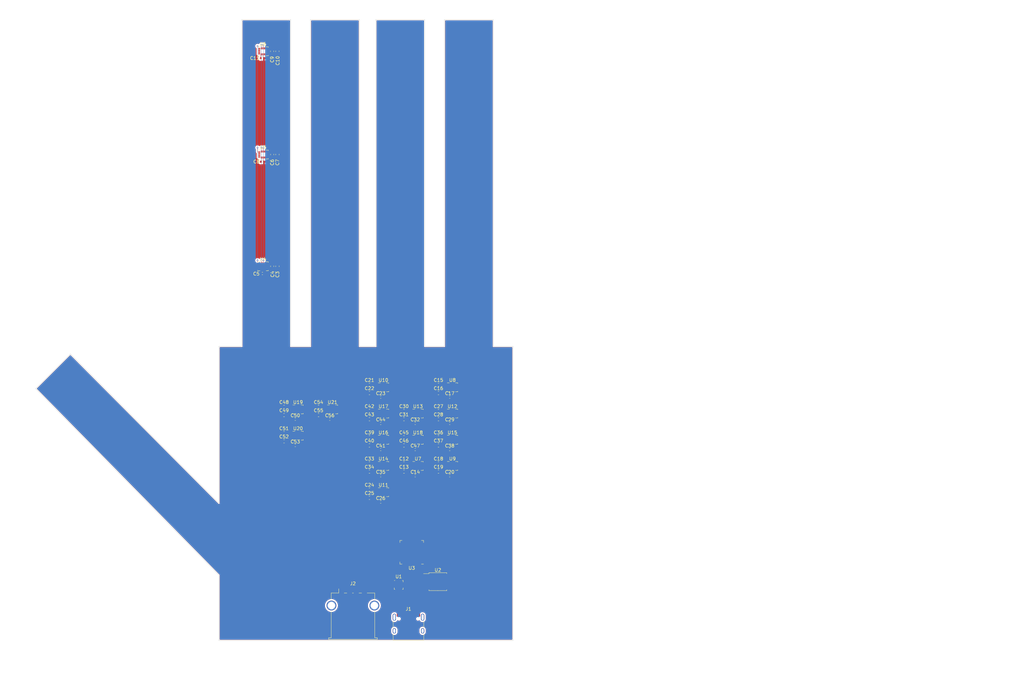
<source format=kicad_pcb>
(kicad_pcb (version 20221018) (generator pcbnew)
  (layers (0 "F.Cu" signal) (31 "B.Cu" signal) (34 "B.Paste" user) (35 "F.Paste" user) (36 "B.SilkS" user "B.Silkscreen") (37 "F.SilkS" user "F.Silkscreen") (38 "B.Mask" user) (39 "F.Mask" user) (44 "Edge.Cuts" user))
  (net 0 "")
  (net 1 "+5V")
  (net 2 "GND")
  (net 3 "VBUS")
  (net 4 "+3.3V")
  (net 5 "Net-(J1-CC1)")
  (net 6 "/CPU/D_P")
  (net 7 "/CPU/D_M")
  (net 9 "Net-(J1-CC2)")
  (net 14 "/IMU/INT1")
  (net 16 "/IMU/INT2")
  (net 19 "/IMU1/INT1")
  (net 21 "/IMU1/INT2")
  (net 24 "/IMU2/INT1")
  (net 26 "/IMU2/INT2")
  (net 29 "/IMU4/INT1")
  (net 31 "/IMU4/INT2")
  (net 34 "/IMU5/INT1")
  (net 36 "/IMU5/INT2")
  (net 39 "/IMU3/INT1")
  (net 41 "/IMU3/INT2")
  (net 44 "/IMU8/INT1")
  (net 46 "/IMU8/INT2")
  (net 49 "/IMU9/INT1")
  (net 51 "/IMU9/INT2")
  (net 54 "/IMU7/INT1")
  (net 56 "/IMU7/INT2")
  (net 59 "/IMU6/INT1")
  (net 61 "/IMU6/INT2")
  (net 64 "/IMU10/INT1")
  (net 66 "/IMU10/INT2")
  (net 67 "/IMU11/INT1")
  (net 68 "/IMU11/INT2")
  (net 69 "/IMU13/INT1")
  (net 70 "/IMU13/INT2")
  (net 71 "/IMU14/INT1")
  (net 72 "/IMU14/INT2")
  (net 75 "/IMU12/INT1")
  (net 77 "/IMU12/INT2")
  (net 78 "/DOUT")
  (net 79 "/CS1")
  (net 80 "/CLK")
  (net 81 "/DIN")
  (net 82 "/CS2")
  (net 83 "/CS5")
  (net 84 "/CS4")
  (net 85 "/CS3")
  (net 86 "/CS6")
  (net 87 "/CS11")
  (net 88 "/CS8")
  (net 89 "/CS7")
  (net 90 "/CS10")
  (net 91 "/CS9")
  (net 92 "/CS12")
  (net 93 "/CS14")
  (net 94 "/CS13")
  (net 95 "/CS0")
  (net 98 "/IMU15/INT1")
  (net 100 "/IMU15/INT2")
  (net 101 "/CS15")
  (net 104 "/IMU16/INT1")
  (net 106 "/IMU16/INT2")
  (net 107 "/CS16")
  (net 110 "/IMU17/INT1")
  (net 112 "/IMU17/INT2")
  (net 113 "/CS17")
  (net 114 "Net-(J2-D-)")
  (net 115 "Net-(J2-D+)")
  (net 122 "Net-(U2-~{CS})")
  (net 123 "Net-(U2-DO(IO1))")
  (net 124 "Net-(U2-IO2)")
  (net 125 "Net-(U2-DI(IO0))")
  (net 126 "Net-(U2-CLK)")
  (net 127 "Net-(U2-IO3)")
  (net 129 "Net-(U3-IOVDD-Pad1)")
  (net 149 "Net-(U3-DVDD-Pad23)")
  (net 150 "Net-(J3-SWDCLK{slash}TCK)")
  (net 151 "Net-(J3-SWDIO{slash}TMS)")
  (footprint "Capacitor_SMD:C_0603_1608Metric" (layer "F.Cu") (at 203.06 145.78)
    (fp_text reference "C42")
    (fp_text value "2u2")
  )
  (footprint "Capacitor_SMD:C_0603_1608Metric" (layer "F.Cu") (at 203.06 153.8)
    (fp_text reference "C39")
    (fp_text value "2u2")
  )
  (footprint "Capacitor_SMD:C_0402_1005Metric" (layer "F.Cu") (at 206.5 141.54)
    (fp_text reference "C23")
    (fp_text value "10n")
  )
  (footprint "Capacitor_SMD:C_0402_1005Metric" (layer "F.Cu") (at 217.06 157.58)
    (fp_text reference "C47")
    (fp_text value "10n")
  )
  (footprint "Package_DFN_QFN:WQFN-14-1EP_2.5x2.5mm_P0.5mm_EP1.45x1.45mm" (layer "F.Cu") (at 212 199)
    (fp_text reference "U1")
    (fp_text value "FUSB302B10MPX")
  )
  (footprint "Capacitor_SMD:C_0402_1005Metric" (layer "F.Cu") (at 227.62 141.54)
    (fp_text reference "C17")
    (fp_text value "10n")
  )
  (footprint "Package_LGA:LGA-14_3x2.5mm_P0.5mm_LayoutBorder3x4y" (layer "F.Cu") (at 207.34 162.59)
    (fp_text reference "U14")
    (fp_text value "ICM-40608")
  )
  (footprint "Package_LGA:LGA-14_3x2.5mm_P0.5mm_LayoutBorder3x4y" (layer "F.Cu") (at 217.9 154.57)
    (fp_text reference "U18")
    (fp_text value "ICM-40608")
  )
  (footprint "Package_SO:SOIC-8_5.23x5.23mm_P1.27mm" (layer "F.Cu") (at 224 198)
    (fp_text reference "U2")
    (fp_text value "W25Q16JVSS")
  )
  (footprint "Capacitor_SMD:C_0402_1005Metric" (layer "F.Cu") (at 227.62 165.6)
    (fp_text reference "C20")
    (fp_text value "10n")
  )
  (footprint "Package_LGA:LGA-14_3x2.5mm_P0.5mm_LayoutBorder3x4y" (layer "F.Cu") (at 170.5 67.2875)
    (fp_text reference "U5")
    (fp_text value "ICM-40608")
  )
  (footprint "Capacitor_SMD:C_0603_1608Metric" (layer "F.Cu") (at 213.62 161.82)
    (fp_text reference "C12")
    (fp_text value "2u2")
  )
  (footprint "Capacitor_SMD:C_0603_1608Metric" (layer "F.Cu") (at 174.88 35.7 90)
    (fp_text reference "C10")
    (fp_text value "100n")
  )
  (footprint "Capacitor_SMD:C_0402_1005Metric" (layer "F.Cu") (at 206.5 157.58)
    (fp_text reference "C41")
    (fp_text value "10n")
  )
  (footprint "Capacitor_SMD:C_0402_1005Metric" (layer "F.Cu") (at 217.06 149.56)
    (fp_text reference "C32")
    (fp_text value "10n")
  )
  (footprint "Package_LGA:LGA-14_3x2.5mm_P0.5mm_LayoutBorder3x4y" (layer "F.Cu") (at 217.9 146.55)
    (fp_text reference "U13")
    (fp_text value "ICM-40608")
  )
  (footprint "Capacitor_SMD:C_0603_1608Metric" (layer "F.Cu") (at 176.92 144.52)
    (fp_text reference "C48")
    (fp_text value "2u2")
  )
  (footprint "Capacitor_SMD:C_0603_1608Metric" (layer "F.Cu") (at 203.06 172.35)
    (fp_text reference "C25")
    (fp_text value "100n")
  )
  (footprint "Capacitor_SMD:C_0402_1005Metric" (layer "F.Cu") (at 180.36 148.3)
    (fp_text reference "C50")
    (fp_text value "10n")
  )
  (footprint "Package_LGA:LGA-14_3x2.5mm_P0.5mm_LayoutBorder3x4y" (layer "F.Cu") (at 228.46 146.55)
    (fp_text reference "U12")
    (fp_text value "ICM-40608")
  )
  (footprint "Package_LGA:LGA-14_3x2.5mm_P0.5mm_LayoutBorder3x4y" (layer "F.Cu") (at 207.34 138.53)
    (fp_text reference "U10")
    (fp_text value "ICM-40608")
  )
  (footprint "Capacitor_SMD:C_0603_1608Metric" (layer "F.Cu") (at 176.92 152.54)
    (fp_text reference "C51")
    (fp_text value "2u2")
  )
  (footprint "Capacitor_SMD:C_0402_1005Metric" (layer "F.Cu") (at 217.06 165.6)
    (fp_text reference "C14")
    (fp_text value "10n")
  )
  (footprint "Capacitor_SMD:C_0402_1005Metric" (layer "F.Cu") (at 206.5 173.62)
    (fp_text reference "C26")
    (fp_text value "10n")
  )
  (footprint "Capacitor_SMD:C_0603_1608Metric" (layer "F.Cu") (at 203.06 161.82)
    (fp_text reference "C33")
    (fp_text value "2u2")
  )
  (footprint "Capacitor_SMD:C_0603_1608Metric" (layer "F.Cu") (at 224.18 145.78)
    (fp_text reference "C27")
    (fp_text value "2u2")
  )
  (footprint "Capacitor_SMD:C_0603_1608Metric" (layer "F.Cu") (at 173.3 67.2875 90)
    (fp_text reference "C6")
    (fp_text value "2u2")
  )
  (footprint "Package_LGA:LGA-14_3x2.5mm_P0.5mm_LayoutBorder3x4y" (layer "F.Cu") (at 181.2 145.29)
    (fp_text reference "U19")
    (fp_text value "ICM-40608")
  )
  (footprint "Capacitor_SMD:C_0402_1005Metric" (layer "F.Cu") (at 170.3 103.6875)
    (fp_text reference "C5")
    (fp_text value "10n")
  )
  (footprint "Package_LGA:LGA-14_3x2.5mm_P0.5mm_LayoutBorder3x4y" (layer "F.Cu") (at 228.46 138.53)
    (fp_text reference "U8")
    (fp_text value "ICM-40608")
  )
  (footprint "Capacitor_SMD:C_0603_1608Metric" (layer "F.Cu") (at 213.62 145.78)
    (fp_text reference "C30")
    (fp_text value "2u2")
  )
  (footprint "Capacitor_SMD:C_0603_1608Metric" (layer "F.Cu") (at 173.3 101.4875 90)
    (fp_text reference "C4")
    (fp_text value "100n")
  )
  (footprint "Package_LGA:LGA-14_3x2.5mm_P0.5mm_LayoutBorder3x4y" (layer "F.Cu") (at 181.2 153.31)
    (fp_text reference "U20")
    (fp_text value "ICM-40608")
  )
  (footprint "Package_LGA:LGA-14_3x2.5mm_P0.5mm_LayoutBorder3x4y" (layer "F.Cu") (at 207.34 170.61)
    (fp_text reference "U11")
    (fp_text value "ICM-40608")
  )
  (footprint "Package_LGA:LGA-14_3x2.5mm_P0.5mm_LayoutBorder3x4y" (layer "F.Cu") (at 228.46 162.59)
    (fp_text reference "U9")
    (fp_text value "ICM-40608")
  )
  (footprint "Capacitor_SMD:C_0603_1608Metric" (layer "F.Cu") (at 224.18 153.8)
    (fp_text reference "C36")
    (fp_text value "2u2")
  )
  (footprint "Capacitor_SMD:C_0402_1005Metric" (layer "F.Cu") (at 206.5 165.6)
    (fp_text reference "C35")
    (fp_text value "10n")
  )
  (footprint "Capacitor_SMD:C_0603_1608Metric" (layer "F.Cu") (at 174.9 101.4875 90)
    (fp_text reference "C3")
    (fp_text value "2u2")
  )
  (footprint "Capacitor_SMD:C_0603_1608Metric" (layer "F.Cu") (at 213.62 156.31)
    (fp_text reference "C46")
    (fp_text value "100n")
  )
  (footprint "Package_DFN_QFN:QFN-56-1EP_7x7mm_P0.4mm_EP3.2x3.2mm" (layer "F.Cu") (at 216 189 180)
    (fp_text reference "U3")
    (fp_text value "RP2040")
  )
  (footprint "Package_LGA:LGA-14_3x2.5mm_P0.5mm_LayoutBorder3x4y" (layer "F.Cu") (at 170.48 35.7)
    (fp_text reference "U6")
    (fp_text value "ICM-40608")
  )
  (footprint "Capacitor_SMD:C_0603_1608Metric" (layer "F.Cu") (at 203.06 137.76)
    (fp_text reference "C21")
    (fp_text value "2u2")
  )
  (footprint "Capacitor_SMD:C_0603_1608Metric" (layer "F.Cu") (at 187.48 147.03)
    (fp_text reference "C55")
    (fp_text value "100n")
  )
  (footprint "Capacitor_SMD:C_0603_1608Metric" (layer "F.Cu") (at 224.18 137.76)
    (fp_text reference "C15")
    (fp_text value "2u2")
  )
  (footprint "Capacitor_SMD:C_0402_1005Metric" (layer "F.Cu") (at 170.28 37.8)
    (fp_text reference "C11")
    (fp_text value "10n")
  )
  (footprint "Capacitor_SMD:C_0603_1608Metric" (layer "F.Cu") (at 173.28 35.7 90)
    (fp_text reference "C9")
    (fp_text value "2u2")
  )
  (footprint "Capacitor_SMD:C_0603_1608Metric" (layer "F.Cu") (at 174.9 67.2875 90)
    (fp_text reference "C7")
    (fp_text value "100n")
  )
  (footprint "Capacitor_SMD:C_0603_1608Metric" (layer "F.Cu") (at 213.62 164.33)
    (fp_text reference "C13")
    (fp_text value "100n")
  )
  (footprint "Capacitor_SMD:C_0402_1005Metric" (layer "F.Cu") (at 170.3 69.4875)
    (fp_text reference "C8")
    (fp_text value "10n")
  )
  (footprint "Capacitor_SMD:C_0603_1608Metric" (layer "F.Cu") (at 213.62 153.8)
    (fp_text reference "C45")
    (fp_text value "2u2")
  )
  (footprint "Package_LGA:LGA-14_3x2.5mm_P0.5mm_LayoutBorder3x4y" (layer "F.Cu") (at 170.5 101.4875)
    (fp_text reference "U4")
    (fp_text value "ICM-40608")
  )
  (footprint "Capacitor_SMD:C_0603_1608Metric" (layer "F.Cu") (at 224.18 156.31)
    (fp_text reference "C37")
    (fp_text value "100n")
  )
  (footprint "Capacitor_SMD:C_0603_1608Metric" (layer "F.Cu") (at 203.06 156.31)
    (fp_text reference "C40")
    (fp_text value "100n")
  )
  (footprint "Package_LGA:LGA-14_3x2.5mm_P0.5mm_LayoutBorder3x4y" (layer "F.Cu") (at 228.46 154.57)
    (fp_text reference "U15")
    (fp_text value "ICM-40608")
  )
  (footprint "Capacitor_SMD:C_0603_1608Metric" (layer "F.Cu") (at 224.18 140.27)
    (fp_text reference "C16")
    (fp_text value "100n")
  )
  (footprint "Capacitor_SMD:C_0402_1005Metric" (layer "F.Cu") (at 180.36 156.32)
    (fp_text reference "C53")
    (fp_text value "10n")
  )
  (footprint "Capacitor_SMD:C_0603_1608Metric" (layer "F.Cu") (at 203.06 169.84)
    (fp_text reference "C24")
    (fp_text value "2u2")
  )
  (footprint "Capacitor_SMD:C_0402_1005Metric" (layer "F.Cu") (at 206.5 149.56)
    (fp_text reference "C44")
    (fp_text value "10n")
  )
  (footprint "Capacitor_SMD:C_0603_1608Metric" (layer "F.Cu") (at 203.06 164.33)
    (fp_text reference "C34")
    (fp_text value "100n")
  )
  (footprint "Connector_USB:USB_A_TE_292303-7_Horizontal" (layer "F.Cu") (at 198 208)
    (fp_text reference "J2")
    (fp_text value "USB_A")
  )
  (footprint "Capacitor_SMD:C_0402_1005Metric" (layer "F.Cu") (at 190.92 148.3)
    (fp_text reference "C56")
    (fp_text value "10n")
  )
  (footprint "Capacitor_SMD:C_0603_1608Metric" (layer "F.Cu") (at 213.62 148.29)
    (fp_text reference "C31")
    (fp_text value "100n")
  )
  (footprint "Capacitor_SMD:C_0603_1608Metric" (layer "F.Cu") (at 187.48 144.52)
    (fp_text reference "C54")
    (fp_text value "2u2")
  )
  (footprint "Package_LGA:LGA-14_3x2.5mm_P0.5mm_LayoutBorder3x4y" (layer "F.Cu") (at 207.34 146.55)
    (fp_text reference "U17")
    (fp_text value "ICM-40608")
  )
  (footprint "Capacitor_SMD:C_0603_1608Metric" (layer "F.Cu") (at 176.92 155.05)
    (fp_text reference "C52")
    (fp_text value "100n")
  )
  (footprint "Capacitor_SMD:C_0603_1608Metric" (layer "F.Cu") (at 203.06 148.29)
    (fp_text reference "C43")
    (fp_text value "100n")
  )
  (footprint "Package_LGA:LGA-14_3x2.5mm_P0.5mm_LayoutBorder3x4y" (layer "F.Cu") (at 207.34 154.57)
    (fp_text reference "U16")
    (fp_text value "ICM-40608")
  )
  (footprint "Capacitor_SMD:C_0603_1608Metric" (layer "F.Cu") (at 203.06 140.27)
    (fp_text reference "C22")
    (fp_text value "100n")
  )
  (footprint "Package_LGA:LGA-14_3x2.5mm_P0.5mm_LayoutBorder3x4y" (layer "F.Cu") (at 191.76 145.29)
    (fp_text reference "U21")
    (fp_text value "ICM-40608")
  )
  (footprint "Capacitor_SMD:C_0603_1608Metric" (layer "F.Cu") (at 224.18 148.29)
    (fp_text reference "C28")
    (fp_text value "100n")
  )
  (footprint "Connector_USB:USB_C_Receptacle_HRO_TYPE-C-31-M-12" (layer "F.Cu") (at 215 212)
    (fp_text reference "J1")
    (fp_text value "USB_C_Receptacle_USB2.0")
  )
  (footprint "Capacitor_SMD:C_0603_1608Metric" (layer "F.Cu") (at 224.18 164.33)
    (fp_text reference "C19")
    (fp_text value "100n")
  )
  (footprint "Capacitor_SMD:C_0603_1608Metric" (layer "F.Cu") (at 176.92 147.03)
    (fp_text reference "C49")
    (fp_text value "100n")
  )
  (footprint "Package_LGA:LGA-14_3x2.5mm_P0.5mm_LayoutBorder3x4y" (layer "F.Cu") (at 217.9 162.59)
    (fp_text reference "U7")
    (fp_text value "ICM-40608")
  )
  (footprint "Capacitor_SMD:C_0402_1005Metric" (layer "F.Cu") (at 227.62 149.56)
    (fp_text reference "C29")
    (fp_text value "10n")
  )
  (footprint "Capacitor_SMD:C_0402_1005Metric" (layer "F.Cu") (at 227.62 157.58)
    (fp_text reference "C38")
    (fp_text value "10n")
  )
  (footprint "Capacitor_SMD:C_0603_1608Metric" (layer "F.Cu") (at 224.18 161.82)
    (fp_text reference "C18")
    (fp_text value "2u2")
  )
  (gr_line (start 241 26) (end 226 26) (stroke (width 0.1)) (layer "Edge.Cuts"))
  (gr_line (start 179 126) (end 179 26) (stroke (width 0.1)) (layer "Edge.Cuts"))
  (gr_line (start 247 216) (end 157 216) (stroke (width 0.1)) (layer "Edge.Cuts"))
  (gr_line (start 157 174) (end 157 126) (stroke (width 0.1)) (layer "Edge.Cuts"))
  (gr_line (start 241 126) (end 241 26) (stroke (width 0.1)) (layer "Edge.Cuts"))
  (gr_line (start 205 126) (end 200 126) (stroke (width 0.1)) (layer "Edge.Cuts"))
  (gr_line (start 111.531964 128.318758) (end 100.925361 138.92536) (stroke (width 0.1)) (layer "Edge.Cuts"))
  (gr_line (start 247 126) (end 247 216) (stroke (width 0.1)) (layer "Edge.Cuts"))
  (gr_line (start 157 174) (end 111.531964 128.318758) (stroke (width 0.1)) (layer "Edge.Cuts"))
  (gr_line (start 226 26) (end 226 126) (stroke (width 0.1)) (layer "Edge.Cuts"))
  (gr_line (start 220 126) (end 220 26) (stroke (width 0.1)) (layer "Edge.Cuts"))
  (gr_line (start 200 26) (end 185 26) (stroke (width 0.1)) (layer "Edge.Cuts"))
  (gr_line (start 100.925361 138.92536) (end 157 196) (stroke (width 0.1)) (layer "Edge.Cuts"))
  (gr_line (start 164 26) (end 164 126) (stroke (width 0.1)) (layer "Edge.Cuts"))
  (gr_line (start 226 126) (end 220 126) (stroke (width 0.1)) (layer "Edge.Cuts"))
  (gr_line (start 157 216) (end 157 196) (stroke (width 0.1)) (layer "Edge.Cuts"))
  (gr_line (start 164 126) (end 157 126) (stroke (width 0.1)) (layer "Edge.Cuts"))
  (gr_line (start 220 26) (end 205 26) (stroke (width 0.1)) (layer "Edge.Cuts"))
  (gr_line (start 241 126) (end 247 126) (stroke (width 0.1)) (layer "Edge.Cuts"))
  (gr_line (start 185 26) (end 185 126) (stroke (width 0.1)) (layer "Edge.Cuts"))
  (gr_line (start 205 26) (end 205 126) (stroke (width 0.1)) (layer "Edge.Cuts"))
  (gr_line (start 179 26) (end 164 26) (stroke (width 0.1)) (layer "Edge.Cuts"))
  (gr_line (start 200 126) (end 200 26) (stroke (width 0.1)) (layer "Edge.Cuts"))
  (gr_line (start 185 126) (end 179 126) (stroke (width 0.1)) (layer "Edge.Cuts"))
  (segment (start 170.48 37.52) (end 170.76 37.8) (width 0.08) (layer "F.Cu") (net 2))
  (segment (start 173.275 100.7375) (end 173.3 100.7125) (width 0.08) (layer "F.Cu") (net 2))
  (segment (start 170.5 69.2075) (end 170.78 69.4875) (width 0.08) (layer "F.Cu") (net 2))
  (segment (start 173.275 66.5375) (end 173.3 66.5125) (width 0.08) (layer "F.Cu") (net 2))
  (segment (start 172.755 35.45) (end 173.28 34.925) (width 0.08) (layer "F.Cu") (net 2))
  (segment (start 171.6425 34.95) (end 173.255 34.95) (width 0.08) (layer "F.Cu") (net 2))
  (segment (start 171.6425 35.45) (end 172.755 35.45) (width 0.08) (layer "F.Cu") (net 2))
  (segment (start 170.5 103.4075) (end 170.5 102.4) (width 0.08) (layer "F.Cu") (net 2))
  (segment (start 172.775 101.2375) (end 173.3 100.7125) (width 0.08) (layer "F.Cu") (net 2))
  (segment (start 173.255 34.95) (end 173.28 34.925) (width 0.08) (layer "F.Cu") (net 2))
  (segment (start 172.775 67.0375) (end 173.3 66.5125) (width 0.08) (layer "F.Cu") (net 2))
  (segment (start 173.28 34.925) (end 174.88 34.925) (width 0.08) (layer "F.Cu") (net 2))
  (segment (start 171.6625 100.7375) (end 173.275 100.7375) (width 0.08) (layer "F.Cu") (net 2))
  (segment (start 170.78 103.6875) (end 170.5 103.4075) (width 0.08) (layer "F.Cu") (net 2))
  (segment (start 171.6625 66.5375) (end 173.275 66.5375) (width 0.08) (layer "F.Cu") (net 2))
  (segment (start 171.6625 101.2375) (end 172.775 101.2375) (width 0.08) (layer "F.Cu") (net 2))
  (segment (start 170.48 36.6125) (end 170.48 37.52) (width 0.08) (layer "F.Cu") (net 2))
  (segment (start 171.6625 67.0375) (end 172.775 67.0375) (width 0.08) (layer "F.Cu") (net 2))
  (segment (start 173.3 100.7125) (end 174.9 100.7125) (width 0.08) (layer "F.Cu") (net 2))
  (segment (start 170.5 68.2) (end 170.5 69.2075) (width 0.08) (layer "F.Cu") (net 2))
  (segment (start 174.9 66.5125) (end 173.3 66.5125) (width 0.08) (layer "F.Cu") (net 2))
  (segment (start 171.6425 36.45) (end 173.255 36.45) (width 0.08) (layer "F.Cu") (net 4))
  (segment (start 170 68.2) (end 170 69.3075) (width 0.08) (layer "F.Cu") (net 4))
  (segment (start 173.28 36.475) (end 174.88 36.475) (width 0.08) (layer "F.Cu") (net 4))
  (segment (start 171.6875 102.2625) (end 171.6625 102.2375) (width 0.08) (layer "F.Cu") (net 4))
  (segment (start 173.255 36.45) (end 173.28 36.475) (width 0.08) (layer "F.Cu") (net 4))
  (segment (start 170 103.5075) (end 170 102.4) (width 0.08) (layer "F.Cu") (net 4))
  (segment (start 173.3 102.2625) (end 174.9 102.2625) (width 0.08) (layer "F.Cu") (net 4))
  (segment (start 171.6875 68.0625) (end 171.6625 68.0375) (width 0.08) (layer "F.Cu") (net 4))
  (segment (start 173.3 68.0625) (end 171.6875 68.0625) (width 0.08) (layer "F.Cu") (net 4))
  (segment (start 170 69.3075) (end 169.82 69.4875) (width 0.08) (layer "F.Cu") (net 4))
  (segment (start 169.98 36.6125) (end 169.8 36.7925) (width 0.08) (layer "F.Cu") (net 4))
  (segment (start 169.8 36.7925) (end 169.8 37.8) (width 0.08) (layer "F.Cu") (net 4))
  (segment (start 173.3 102.2625) (end 171.6875 102.2625) (width 0.08) (layer "F.Cu") (net 4))
  (segment (start 169.82 103.6875) (end 170 103.5075) (width 0.08) (layer "F.Cu") (net 4))
  (segment (start 174.9 68.0625) (end 173.3 68.0625) (width 0.08) (layer "F.Cu") (net 4))
  (segment (start 168.9375 100.7375) (end 169.3375 100.7375) (width 0.08) (layer "F.Cu") (net 78))
  (segment (start 169.3175 34.6175) (end 168.8 34.1) (width 0.08) (layer "F.Cu") (net 78))
  (segment (start 168.8 99.7) (end 168.8 100.6) (width 0.08) (layer "F.Cu") (net 78))
  (segment (start 169.3175 34.95) (end 169.3175 34.6175) (width 0.08) (layer "F.Cu") (net 78))
  (segment (start 168.8 100.6) (end 168.9375 100.7375) (width 0.08) (layer "F.Cu") (net 78))
  (segment (start 168.9375 66.5375) (end 168.8 66.4) (width 0.08) (layer "F.Cu") (net 78))
  (segment (start 168.8 66.4) (end 168.8 65.2) (width 0.08) (layer "F.Cu") (net 78))
  (segment (start 169.3375 66.5375) (end 168.9375 66.5375) (width 0.08) (layer "F.Cu") (net 78))
  (via (at 168.8 65.2) (size 0.45) (drill 0.25) (layers "F.Cu" "B.Cu") (net 78))
  (via (at 168.8 34.1) (size 0.45) (drill 0.25) (layers "F.Cu" "B.Cu") (net 78))
  (via (at 168.8 99.7) (size 0.45) (drill 0.25) (layers "F.Cu" "B.Cu") (net 78))
  (segment (start 168.8 34.1) (end 168.8 65.2) (width 0.08) (layer "B.Cu") (net 78))
  (segment (start 168.8 65.2) (end 168.8 99.7) (width 0.08) (layer "B.Cu") (net 78))
  (segment (start 170.5 65.325) (end 170.625 65.2) (width 0.08) (layer "F.Cu") (net 80))
  (segment (start 170.48 33.819503) (end 170.624503 33.675) (width 0.08) (layer "F.Cu") (net 80))
  (segment (start 170.48 34.7875) (end 170.48 33.819503) (width 0.08) (layer "F.Cu") (net 80))
  (segment (start 170.5 99.824503) (end 170.5 100.575) (width 0.08) (layer "F.Cu") (net 80))
  (segment (start 170.5 66.375) (end 170.5 65.325) (width 0.08) (layer "F.Cu") (net 80))
  (segment (start 170.624503 99.7) (end 170.5 99.824503) (width 0.08) (layer "F.Cu") (net 80))
  (via (at 170.624503 33.675) (size 0.45) (drill 0.25) (layers "F.Cu" "B.Cu") (net 80))
  (via (at 170.625 65.2) (size 0.45) (drill 0.25) (layers "F.Cu" "B.Cu") (net 80))
  (via (at 170.624503 99.7) (size 0.45) (drill 0.25) (layers "F.Cu" "B.Cu") (net 80))
  (segment (start 170.624503 33.675) (end 170.624503 65.199503) (width 0.08) (layer "B.Cu") (net 80))
  (segment (start 170.624503 65.200497) (end 170.624503 99.7) (width 0.08) (layer "B.Cu") (net 80))
  (segment (start 170.624503 65.199503) (end 170.625 65.2) (width 0.08) (layer "B.Cu") (net 80))
  (segment (start 170.625 65.2) (end 170.624503 65.200497) (width 0.08) (layer "B.Cu") (net 80))
  (segment (start 169.98 34.7875) (end 169.98 34.105) (width 0.08) (layer "F.Cu") (net 81))
  (segment (start 169.98 34.105) (end 169.975 34.1) (width 0.08) (layer "F.Cu") (net 81))
  (segment (start 169.975 99.7) (end 169.975 100.55) (width 0.08) (layer "F.Cu") (net 81))
  (segment (start 170 66.375) (end 170 65.225) (width 0.08) (layer "F.Cu") (net 81))
  (segment (start 169.975 100.55) (end 170 100.575) (width 0.08) (layer "F.Cu") (net 81))
  (segment (start 169.975 34.1) (end 169.975 33.675) (width 0.08) (layer "F.Cu") (net 81))
  (segment (start 170 65.225) (end 169.975 65.2) (width 0.08) (layer "F.Cu") (net 81))
  (via (at 169.975 33.675) (size 0.45) (drill 0.25) (layers "F.Cu" "B.Cu") (net 81))
  (via (at 169.975 99.7) (size 0.45) (drill 0.25) (layers "F.Cu" "B.Cu") (net 81))
  (via (at 169.975 65.2) (size 0.45) (drill 0.25) (layers "F.Cu" "B.Cu") (net 81))
  (segment (start 169.975 65.2) (end 169.975 99.7) (width 0.08) (layer "B.Cu") (net 81))
  (segment (start 169.975 33.675) (end 169.975 65.2) (width 0.08) (layer "B.Cu") (net 81))
  (segment (start 218.995 196.095) (end 218.6 195.7) (width 0.08) (layer "F.Cu") (net 122))
  (segment (start 220.4 196.095) (end 218.995 196.095) (width 0.08) (layer "F.Cu") (net 122))
  (segment (start 218.6 195.7) (end 218.6 192.4375) (width 0.08) (layer "F.Cu") (net 122))
  (segment (start 218.2 197.2) (end 218.2 192.4375) (width 0.08) (layer "F.Cu") (net 123))
  (segment (start 218.365 197.365) (end 218.2 197.2) (width 0.08) (layer "F.Cu") (net 123))
  (segment (start 220.4 197.365) (end 218.365 197.365) (width 0.08) (layer "F.Cu") (net 123))
  (segment (start 217.8 197.9) (end 217.8 192.4375) (width 0.08) (layer "F.Cu") (net 124))
  (segment (start 218.535 198.635) (end 217.8 197.9) (width 0.08) (layer "F.Cu") (net 124))
  (segment (start 220.4 198.635) (end 218.535 198.635) (width 0.08) (layer "F.Cu") (net 124))
  (zone (net 2) (net_name "GND") (layers "F&B.Cu") (connect_pads (clearance 0.5)) (min_thickness 0.25) (fill yes (thermal_gap 0.5) (thermal_bridge_width 0.5) (island_removal_mode 1) (island_area_min 10))
    (polygon (pts (xy 90 20) (xy 90 230) (xy 285 230) (xy 285 20)))
  )
)
</source>
